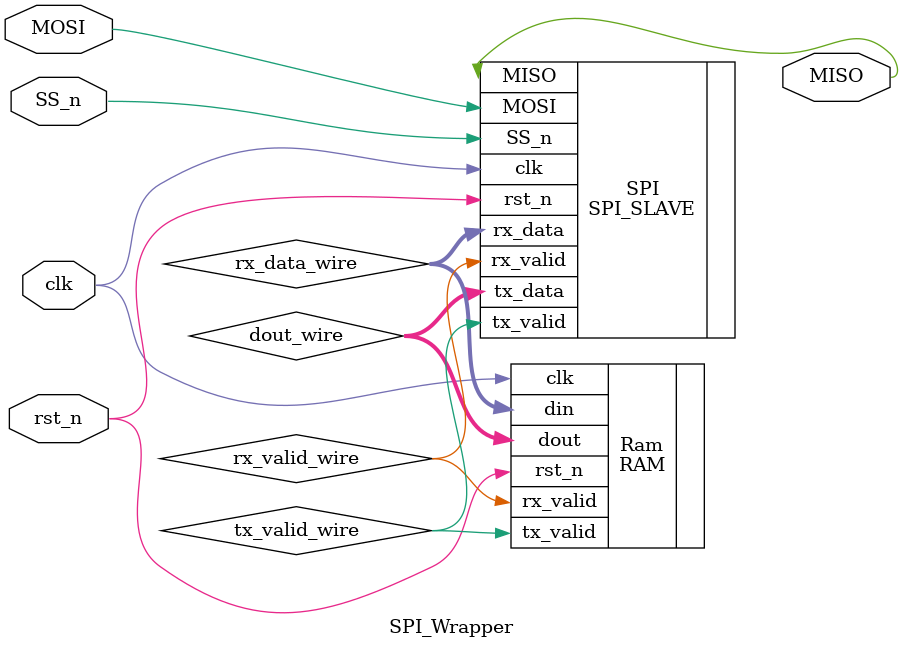
<source format=v>
module SPI_Wrapper ( MOSI, clk, rst_n, SS_n,MISO );
    parameter MEM_DEPTH = 256;
    parameter ADDR_SIZE = 8;
    input MOSI, clk, rst_n, SS_n;
    output MISO;

    wire [9:0] rx_data_wire;
    wire rx_valid_wire;
    wire [7:0] dout_wire;
    wire tx_valid_wire;

    // Instantiate SPI Slave module
    SPI_SLAVE SPI (
        .MOSI(MOSI),
        .MISO(MISO),
        .SS_n(SS_n),
        .clk(clk),
        .rst_n(rst_n),
        .rx_data(rx_data_wire),
        .rx_valid(rx_valid_wire),
        .tx_valid(tx_valid_wire),
        .tx_data(dout_wire)
    );

    // Instantiate RAM module
    RAM Ram (
        .din(rx_data_wire),
        .rx_valid(rx_valid_wire),
        .dout(dout_wire),
        .tx_valid(tx_valid_wire),
        .clk(clk),
        .rst_n(rst_n)
    );
endmodule
</source>
